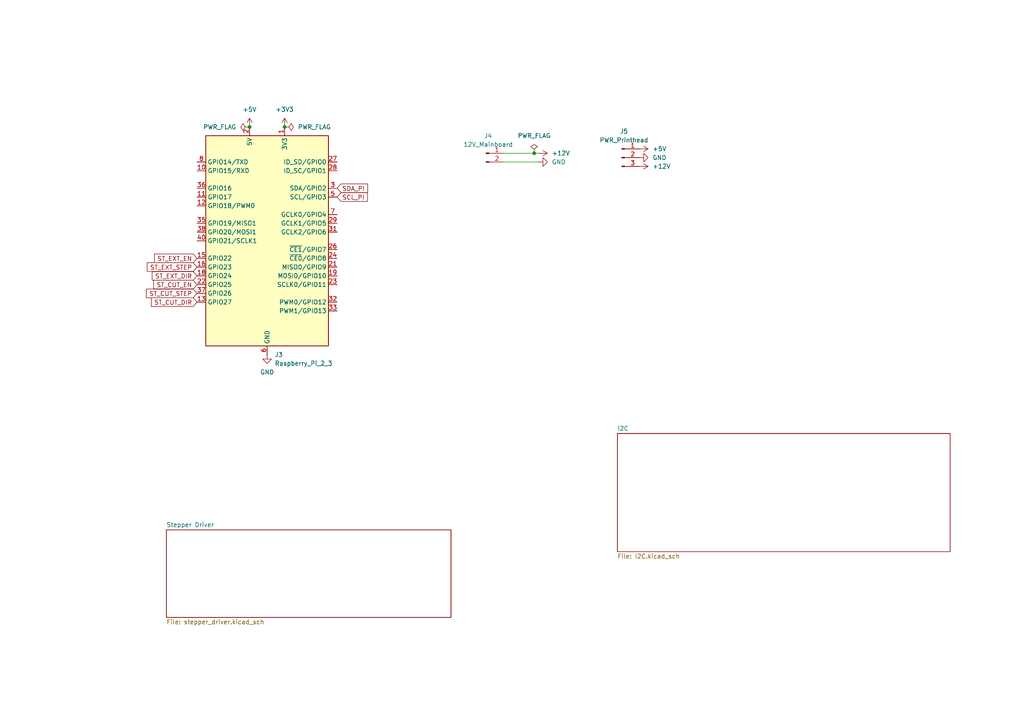
<source format=kicad_sch>
(kicad_sch (version 20231120) (generator "eeschema") (generator_version "8.0")
  (paper "A4")
  (lib_symbols
    (symbol "Connector:Conn_01x02_Pin" (pin_names (offset 1.016) hide)
      (property "Reference" "J" (at 0 2.54 0))
      (property "Value" "Conn_01x02_Pin" (at 0 -5.08 0))
      (symbol "Conn_01x02_Pin_1_1"
        (polyline (pts (xy 1.27 -2.54) (xy 0.8636 -2.54)) (stroke (width 0.1524)))
        (polyline (pts (xy 1.27 0) (xy 0.8636 0)) (stroke (width 0.1524)))
        (rectangle (start 0.8636 -2.413) (end 0 -2.667) (stroke (width 0.1524)) (fill (type outline)))
        (rectangle (start 0.8636 0.127) (end 0 -0.127) (stroke (width 0.1524)) (fill (type outline)))
        (pin passive line (at 5.08 0 180) (length 3.81) (name "Pin_1") (number "1"))
        (pin passive line (at 5.08 -2.54 180) (length 3.81) (name "Pin_2") (number "2"))
      )
    )
    (symbol "Connector:Conn_01x03_Pin" (pin_names (offset 1.016) hide)
      (property "Reference" "J" (at 0 5.08 0))
      (property "Value" "Conn_01x03_Pin" (at 0 -5.08 0))
      (symbol "Conn_01x03_Pin_1_1"
        (polyline (pts (xy 1.27 -2.54) (xy 0.8636 -2.54)) (stroke (width 0.1524)))
        (polyline (pts (xy 1.27 0) (xy 0.8636 0)) (stroke (width 0.1524)))
        (polyline (pts (xy 1.27 2.54) (xy 0.8636 2.54)) (stroke (width 0.1524)))
        (rectangle (start 0.8636 -2.413) (end 0 -2.667) (stroke (width 0.1524)) (fill (type outline)))
        (rectangle (start 0.8636 0.127) (end 0 -0.127) (stroke (width 0.1524)) (fill (type outline)))
        (rectangle (start 0.8636 2.667) (end 0 2.413) (stroke (width 0.1524)) (fill (type outline)))
        (pin passive line (at 5.08 2.54 180) (length 3.81) (name "Pin_1") (number "1"))
        (pin passive line (at 5.08 0 180) (length 3.81) (name "Pin_2") (number "2"))
        (pin passive line (at 5.08 -2.54 180) (length 3.81) (name "Pin_3") (number "3"))
      )
    )
    (symbol "Connector:Raspberry_Pi_2_3"
      (property "Reference" "J" (at -17.78 31.75 0))
      (property "Value" "Raspberry_Pi_2_3" (at 10.16 -31.75 0))
      (symbol "Raspberry_Pi_2_3_0_1"
        (rectangle (start -17.78 30.48) (end 17.78 -30.48) (stroke (width 0.254)) (fill (type background)))
      )
      (symbol "Raspberry_Pi_2_3_1_1"
        (pin power_in line (at 5.08 33.02 270) (length 2.54) (name "3V3") (number "1"))
        (pin bidirectional line (at -20.32 20.32 0) (length 2.54) (name "GPIO15/RXD") (number "10"))
        (pin bidirectional line (at -20.32 12.7 0) (length 2.54) (name "GPIO17") (number "11"))
        (pin bidirectional line (at -20.32 10.16 0) (length 2.54) (name "GPIO18/PWM0") (number "12"))
        (pin bidirectional line (at -20.32 -17.78 0) (length 2.54) (name "GPIO27") (number "13"))
        (pin passive line (at 0 -33.02 90) (length 2.54) hide (name "GND") (number "14"))
        (pin bidirectional line (at -20.32 -5.08 0) (length 2.54) (name "GPIO22") (number "15"))
        (pin bidirectional line (at -20.32 -7.62 0) (length 2.54) (name "GPIO23") (number "16"))
        (pin passive line (at 5.08 33.02 270) (length 2.54) hide (name "3V3") (number "17"))
        (pin bidirectional line (at -20.32 -10.16 0) (length 2.54) (name "GPIO24") (number "18"))
        (pin bidirectional line (at 20.32 -10.16 180) (length 2.54) (name "MOSI0/GPIO10") (number "19"))
        (pin power_in line (at -5.08 33.02 270) (length 2.54) (name "5V") (number "2"))
        (pin passive line (at 0 -33.02 90) (length 2.54) hide (name "GND") (number "20"))
        (pin bidirectional line (at 20.32 -7.62 180) (length 2.54) (name "MISO0/GPIO9") (number "21"))
        (pin bidirectional line (at -20.32 -12.7 0) (length 2.54) (name "GPIO25") (number "22"))
        (pin bidirectional line (at 20.32 -12.7 180) (length 2.54) (name "SCLK0/GPIO11") (number "23"))
        (pin bidirectional line (at 20.32 -5.08 180) (length 2.54) (name "~{CE0}/GPIO8") (number "24"))
        (pin passive line (at 0 -33.02 90) (length 2.54) hide (name "GND") (number "25"))
        (pin bidirectional line (at 20.32 -2.54 180) (length 2.54) (name "~{CE1}/GPIO7") (number "26"))
        (pin bidirectional line (at 20.32 22.86 180) (length 2.54) (name "ID_SD/GPIO0") (number "27"))
        (pin bidirectional line (at 20.32 20.32 180) (length 2.54) (name "ID_SC/GPIO1") (number "28"))
        (pin bidirectional line (at 20.32 5.08 180) (length 2.54) (name "GCLK1/GPIO5") (number "29"))
        (pin bidirectional line (at 20.32 15.24 180) (length 2.54) (name "SDA/GPIO2") (number "3"))
        (pin passive line (at 0 -33.02 90) (length 2.54) hide (name "GND") (number "30"))
        (pin bidirectional line (at 20.32 2.54 180) (length 2.54) (name "GCLK2/GPIO6") (number "31"))
        (pin bidirectional line (at 20.32 -17.78 180) (length 2.54) (name "PWM0/GPIO12") (number "32"))
        (pin bidirectional line (at 20.32 -20.32 180) (length 2.54) (name "PWM1/GPIO13") (number "33"))
        (pin passive line (at 0 -33.02 90) (length 2.54) hide (name "GND") (number "34"))
        (pin bidirectional line (at -20.32 5.08 0) (length 2.54) (name "GPIO19/MISO1") (number "35"))
        (pin bidirectional line (at -20.32 15.24 0) (length 2.54) (name "GPIO16") (number "36"))
        (pin bidirectional line (at -20.32 -15.24 0) (length 2.54) (name "GPIO26") (number "37"))
        (pin bidirectional line (at -20.32 2.54 0) (length 2.54) (name "GPIO20/MOSI1") (number "38"))
        (pin passive line (at 0 -33.02 90) (length 2.54) hide (name "GND") (number "39"))
        (pin passive line (at -5.08 33.02 270) (length 2.54) hide (name "5V") (number "4"))
        (pin bidirectional line (at -20.32 0 0) (length 2.54) (name "GPIO21/SCLK1") (number "40"))
        (pin bidirectional line (at 20.32 12.7 180) (length 2.54) (name "SCL/GPIO3") (number "5"))
        (pin power_in line (at 0 -33.02 90) (length 2.54) (name "GND") (number "6"))
        (pin bidirectional line (at 20.32 7.62 180) (length 2.54) (name "GCLK0/GPIO4") (number "7"))
        (pin bidirectional line (at -20.32 22.86 0) (length 2.54) (name "GPIO14/TXD") (number "8"))
        (pin passive line (at 0 -33.02 90) (length 2.54) hide (name "GND") (number "9"))
      )
    )
    (symbol "power:+12V" (power) (pin_numbers hide) (pin_names (offset 0) hide)
      (property "Value" "+12V" (at 0 3.556 0))
      (symbol "+12V_0_1"
        (polyline (pts (xy -0.762 1.27) (xy 0 2.54)))
        (polyline (pts (xy 0 0) (xy 0 2.54)))
        (polyline (pts (xy 0 2.54) (xy 0.762 1.27)))
      )
      (symbol "+12V_1_1"
        (pin power_in line (at 0 0 90) (length 0) (name "~") (number "1"))
      )
    )
    (symbol "power:+3V3" (power) (pin_numbers hide) (pin_names (offset 0) hide)
      (property "Value" "+3V3" (at 0 3.556 0))
      (symbol "+3V3_0_1"
        (polyline (pts (xy -0.762 1.27) (xy 0 2.54)))
        (polyline (pts (xy 0 0) (xy 0 2.54)))
        (polyline (pts (xy 0 2.54) (xy 0.762 1.27)))
      )
      (symbol "+3V3_1_1"
        (pin power_in line (at 0 0 90) (length 0) (name "~") (number "1"))
      )
    )
    (symbol "power:+5V" (power) (pin_numbers hide) (pin_names (offset 0) hide)
      (property "Value" "+5V" (at 0 3.556 0))
      (symbol "+5V_0_1"
        (polyline (pts (xy -0.762 1.27) (xy 0 2.54)))
        (polyline (pts (xy 0 0) (xy 0 2.54)))
        (polyline (pts (xy 0 2.54) (xy 0.762 1.27)))
      )
      (symbol "+5V_1_1"
        (pin power_in line (at 0 0 90) (length 0) (name "~") (number "1"))
      )
    )
    (symbol "power:GND" (power) (pin_numbers hide) (pin_names (offset 0) hide)
      (property "Value" "GND" (at 0 -3.81 0))
      (symbol "GND_0_1"
        (polyline (pts (xy 0 0) (xy 0 -1.27) (xy 1.27 -1.27) (xy 0 -2.54) (xy -1.27 -1.27) (xy 0 -1.27)))
      )
      (symbol "GND_1_1"
        (pin power_in line (at 0 0 270) (length 0) (name "~") (number "1"))
      )
    )
    (symbol "power:PWR_FLAG" (power) (pin_numbers hide) (pin_names (offset 0) hide)
      (property "Value" "PWR_FLAG" (at 0 3.81 0))
      (symbol "PWR_FLAG_0_0"
        (pin power_out line (at 0 0 90) (length 0) (name "~") (number "1"))
      )
      (symbol "PWR_FLAG_0_1"
        (polyline (pts (xy 0 0) (xy 0 1.27) (xy -1.016 1.905) (xy 0 2.54) (xy 1.016 1.905) (xy 0 1.27)))
      )
    )
  )
  (junction (at 72.39 36.83))
  (junction (at 82.55 36.83))
  (junction (at 154.94 44.45))
  (wire (pts (xy 146.05 44.45) (xy 154.94 44.45)))
  (wire (pts (xy 146.05 46.99) (xy 156.21 46.99)))
  (wire (pts (xy 154.94 44.45) (xy 156.21 44.45)))
  (global_label "ST_EXT_DIR" (shape input) (at 57.15 80.01 180) (property "Intersheetrefs" "${INTERSHEET_REFS}" (effects (hide yes))))
  (global_label "ST_CUT_STEP" (shape input) (at 57.15 85.09 180) (property "Intersheetrefs" "${INTERSHEET_REFS}" (effects (hide yes))))
  (global_label "SCL_PI" (shape input) (at 97.79 57.15 0) (property "Intersheetrefs" "${INTERSHEET_REFS}" (effects (hide yes))))
  (global_label "ST_CUT_EN" (shape input) (at 57.15 82.55 180) (property "Intersheetrefs" "${INTERSHEET_REFS}" (effects (hide yes))))
  (global_label "ST_EXT_STEP" (shape input) (at 57.15 77.47 180) (property "Intersheetrefs" "${INTERSHEET_REFS}" (effects (hide yes))))
  (global_label "ST_CUT_DIR" (shape input) (at 57.15 87.63 180) (property "Intersheetrefs" "${INTERSHEET_REFS}" (effects (hide yes))))
  (global_label "ST_EXT_EN" (shape input) (at 57.15 74.93 180) (property "Intersheetrefs" "${INTERSHEET_REFS}" (effects (hide yes))))
  (global_label "SDA_PI" (shape input) (at 97.79 54.61 0) (property "Intersheetrefs" "${INTERSHEET_REFS}" (effects (hide yes))))
  (symbol (lib_id "power:PWR_FLAG") (at 82.55 36.83 270) (unit 1)
    (property "Reference" "#FLG02" (effects (hide yes)))
    (property "Value" "PWR_FLAG" (at 86.36 36.8299 90) (effects (justify left)))
    (property "Description" "Special symbol for telling ERC where power comes from" (effects (hide yes)))
  )
  (symbol (lib_id "power:GND") (at 77.47 102.87 0) (unit 1)
    (property "Reference" "#PWR012" (effects (hide yes)))
    (property "Value" "GND" (at 77.47 107.95 0))
    (property "Description" "Power symbol creates a global label with name \"GND\" , ground" (effects (hide yes)))
  )
  (symbol (lib_id "power:+12V") (at 185.42 48.26 270) (unit 1)
    (property "Reference" "#PWR015" (effects (hide yes)))
    (property "Value" "+12V" (at 189.23 48.2599 90) (effects (justify left)))
    (property "Description" "Power symbol creates a global label with name \"+12V\"" (effects (hide yes)))
  )
  (symbol (lib_id "power:PWR_FLAG") (at 72.39 36.83 90) (unit 1)
    (property "Reference" "#FLG01" (effects (hide yes)))
    (property "Value" "PWR_FLAG" (at 68.58 36.8299 90) (effects (justify left)))
    (property "Description" "Special symbol for telling ERC where power comes from" (effects (hide yes)))
  )
  (symbol (lib_id "power:PWR_FLAG") (at 154.94 44.45 0) (unit 1)
    (property "Reference" "#FLG03" (effects (hide yes)))
    (property "Value" "PWR_FLAG" (at 154.94 39.37 0))
    (property "Description" "Special symbol for telling ERC where power comes from" (effects (hide yes)))
  )
  (symbol (lib_id "power:+5V") (at 185.42 43.18 270) (unit 1)
    (property "Reference" "#PWR016" (effects (hide yes)))
    (property "Value" "+5V" (at 189.23 43.1799 90) (effects (justify left)))
    (property "Description" "Power symbol creates a global label with name \"+5V\"" (effects (hide yes)))
  )
  (symbol (lib_id "Connector:Conn_01x03_Pin") (at 180.34 45.72 0) (unit 1)
    (property "Reference" "J5" (at 180.975 38.1 0))
    (property "Value" "PWR_Printhead" (at 180.975 40.64 0))
    (property "Description" "Generic connector, single row, 01x03, script generated" (effects (hide yes)))
  )
  (symbol (lib_id "power:+5V") (at 72.39 36.83 0) (unit 1)
    (property "Reference" "#PWR07" (effects (hide yes)))
    (property "Value" "+5V" (at 72.39 31.75 0))
    (property "Description" "Power symbol creates a global label with name \"+5V\"" (effects (hide yes)))
  )
  (symbol (lib_id "power:+3V3") (at 82.55 36.83 0) (unit 1)
    (property "Reference" "#PWR08" (effects (hide yes)))
    (property "Value" "+3V3" (at 82.55 31.75 0))
    (property "Description" "Power symbol creates a global label with name \"+3V3\"" (effects (hide yes)))
  )
  (symbol (lib_id "Connector:Raspberry_Pi_2_3") (at 77.47 69.85 0) (unit 1)
    (property "Reference" "J3" (at 79.6641 102.87 0) (effects (justify left)))
    (property "Value" "Raspberry_Pi_2_3" (at 79.6641 105.41 0) (effects (justify left)))
    (property "Footprint" "Connector_PinSocket_2.54mm:PinSocket_2x20_P2.54mm_Vertical" (effects (hide yes)))
    (property "Datasheet" "https://www.raspberrypi.org/documentation/hardware/raspberrypi/schematics/rpi_SCH_3bplus_1p0_reduced.pdf" (effects (hide yes)))
    (property "Description" "expansion header for Raspberry Pi 2 & 3" (effects (hide yes)))
  )
  (symbol (lib_id "Connector:Conn_01x02_Pin") (at 140.97 44.45 0) (unit 1)
    (property "Reference" "J4" (at 141.605 39.37 0))
    (property "Value" "12V_Mainboard" (at 141.605 41.91 0))
    (property "Description" "Generic connector, single row, 01x02, script generated" (effects (hide yes)))
  )
  (symbol (lib_id "power:+12V") (at 156.21 44.45 270) (unit 1)
    (property "Reference" "#PWR011" (effects (hide yes)))
    (property "Value" "+12V" (at 160.02 44.4499 90) (effects (justify left)))
    (property "Description" "Power symbol creates a global label with name \"+12V\"" (effects (hide yes)))
  )
  (symbol (lib_id "power:GND") (at 156.21 46.99 90) (unit 1)
    (property "Reference" "#PWR013" (effects (hide yes)))
    (property "Value" "GND" (at 160.02 46.9899 90) (effects (justify right)))
    (property "Description" "Power symbol creates a global label with name \"GND\" , ground" (effects (hide yes)))
  )
  (symbol (lib_id "power:GND") (at 185.42 45.72 90) (unit 1)
    (property "Reference" "#PWR014" (effects (hide yes)))
    (property "Value" "GND" (at 189.23 45.7199 90) (effects (justify right)))
    (property "Description" "Power symbol creates a global label with name \"GND\" , ground" (effects (hide yes)))
  )
  (sheet (at 179.07 125.73) (size 96.52 34.29) (stroke (width 0.1524))
    (property "Sheetname" "I2C" (at 179.07 125.0184 0) (effects (justify left bottom)))
    (property "Sheetfile" "I2C.kicad_sch" (at 179.07 160.6046 0) (effects (justify left top)))
  )
  (sheet (at 48.26 153.67) (size 82.55 25.4) (stroke (width 0.1524))
    (property "Sheetname" "Stepper Driver" (at 48.26 152.9584 0) (effects (justify left bottom)))
    (property "Sheetfile" "stepper_driver.kicad_sch" (at 48.26 179.6546 0) (effects (justify left top)))
  )
)
</source>
